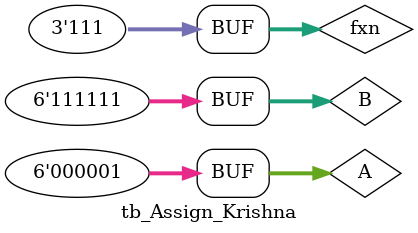
<source format=v>
`timescale 1ns/1ps

module tb_Assign_Krishna();
reg[5:0] A,B;
reg[2:0] fxn;
wire[5:0] X;
//using the main ALU module to test our  design.
ALU_KRISHNA A1(A,B,fxn,X);
initial 
begin

//using 6’bit binary input for testing //the code.
//setting value of A as 1 and B as -1.
//following the tests for each ‘fxn’.

	A=6'b000001; B=6'b111111; fxn= 3'b000;
	#100;
	A=6'b000001; B=6'b111111; fxn= 3'b001;
	#100;
	A=6'b000001; B=6'b111111; fxn= 3'b010;
	#100;
	A=6'b000001; B=6'b111111; fxn= 3'b011;
	#100;
	A=6'b000001; B=6'b111111; fxn= 3'b100;
	#100;
	A=6'b000001; B=6'b111111; fxn= 3'b101;
	#100;
	A=6'b000001; B=6'b111111; fxn= 3'b110;
	#100;
	A=6'b000001; B=6'b111111; fxn= 3'b111;
	#100;
end
endmodule
	
	
</source>
